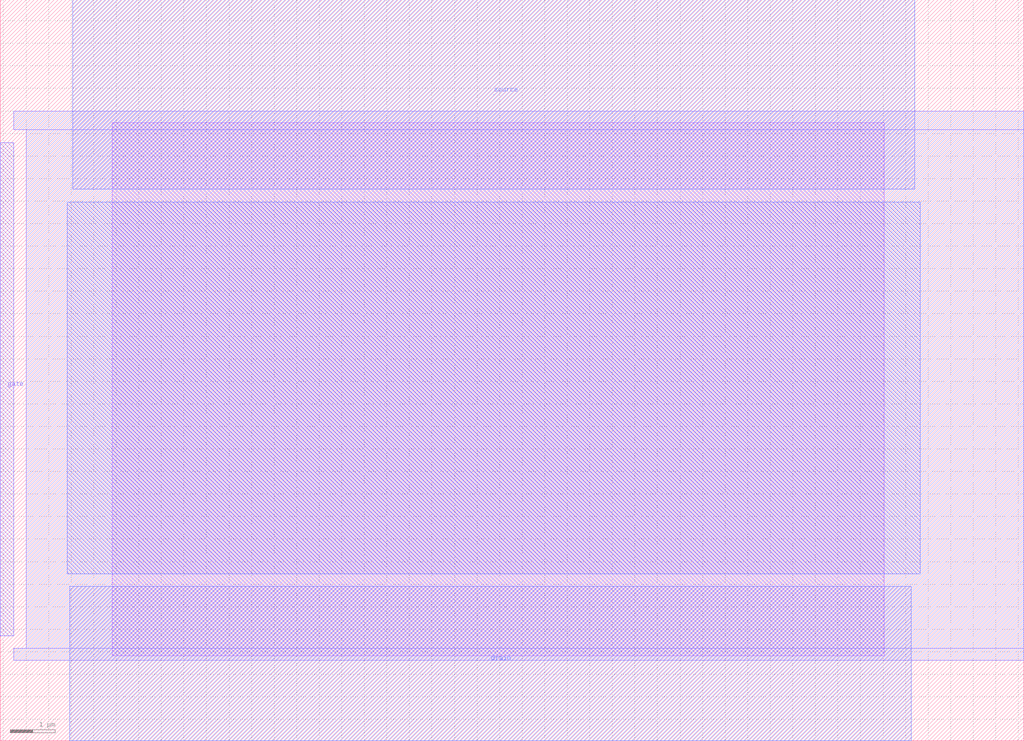
<source format=lef>
VERSION 5.7 ;
  NOWIREEXTENSIONATPIN ON ;
  DIVIDERCHAR "/" ;
  BUSBITCHARS "[]" ;
MACRO power_switch
  CLASS BLOCK ;
  FOREIGN power_switch ;
  ORIGIN 2.570 1.970 ;
  SIZE 22.690 BY 16.440 ;
  PIN source
    PORT
      LAYER met2 ;
        RECT -0.960 10.260 17.700 14.470 ;
    END
  END source
  PIN drain
    PORT
      LAYER met2 ;
        RECT -1.030 -1.970 17.630 1.450 ;
    END
  END drain
  PIN gate
    PORT
      LAYER met1 ;
        RECT -2.570 0.360 -2.270 11.300 ;
    END
  END gate
  OBS
      LAYER li1 ;
        RECT -0.085 -0.085 17.025 11.745 ;
      LAYER met1 ;
        RECT -2.270 11.580 20.120 12.000 ;
        RECT -1.990 0.080 20.120 11.580 ;
        RECT -2.270 -0.190 20.120 0.080 ;
      LAYER met2 ;
        RECT -1.090 1.730 17.830 9.980 ;
  END
END power_switch
END LIBRARY


</source>
